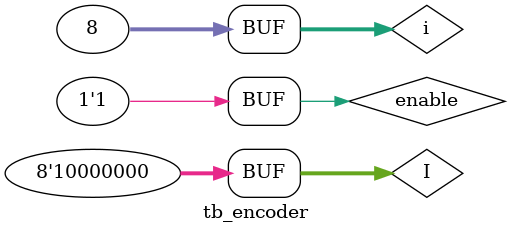
<source format=v>
module tb_encoder();
	reg[7:0] I;
	wire[2:0] Z;
	integer i;
	reg enable;

	encoder UUT(Z,I,enable);
	initial
		begin
			$monitor("I = %b", I, ", Z = %b", Z);
			enable = 1'b1;
			for (i=0; i<=7; i=i+1)
			begin
				I=2**i;
				#10
				$display("\n\n");
			end
		end
endmodule
</source>
